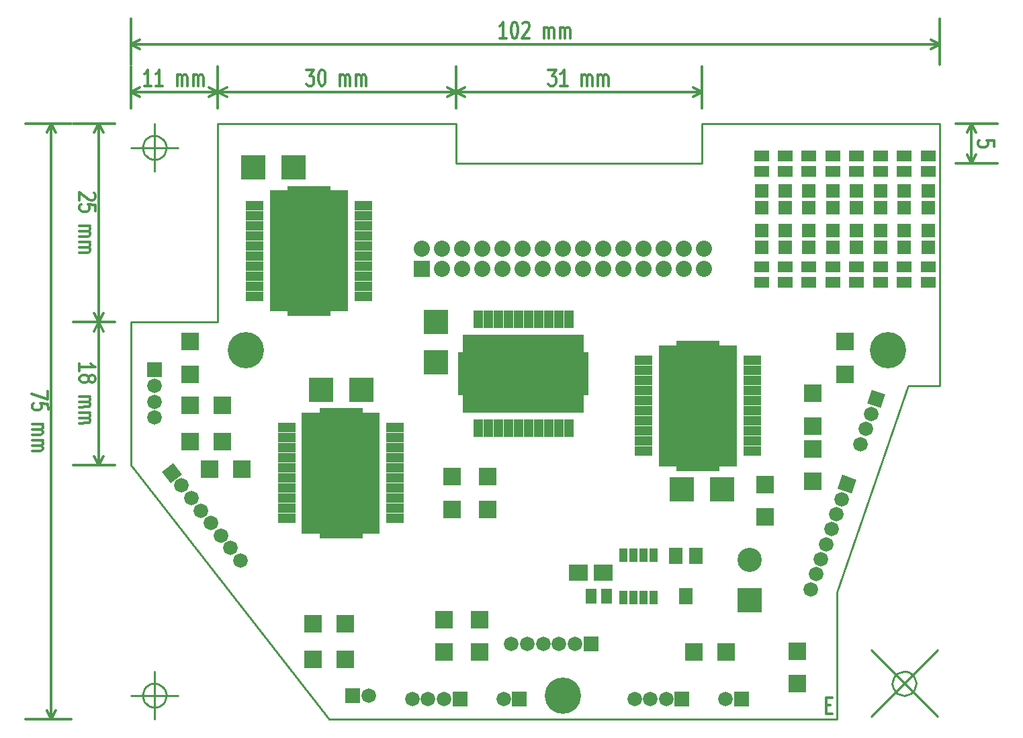
<source format=gts>
G04 (created by PCBNEW-RS274X (2011-07-20 BZR 3052)-testing) date 2011-07-21 16:28:03*
G01*
G70*
G90*
%MOIN*%
G04 Gerber Fmt 3.4, Leading zero omitted, Abs format*
%FSLAX34Y34*%
G04 APERTURE LIST*
%ADD10C,0.006000*%
%ADD11C,0.012000*%
%ADD12C,0.008700*%
%ADD13C,0.180000*%
%ADD14R,0.040000X0.065000*%
%ADD15R,0.055000X0.075000*%
%ADD16R,0.075000X0.055000*%
%ADD17R,0.216900X0.043400*%
%ADD18R,0.086900X0.047600*%
%ADD19R,0.390100X0.602700*%
%ADD20R,0.043400X0.216900*%
%ADD21R,0.047600X0.086900*%
%ADD22R,0.602700X0.390100*%
%ADD23R,0.072000X0.072000*%
%ADD24C,0.072000*%
%ADD25C,0.080000*%
%ADD26R,0.080000X0.080000*%
%ADD27R,0.086900X0.090800*%
%ADD28R,0.090800X0.086900*%
%ADD29R,0.120300X0.118400*%
%ADD30R,0.118400X0.120300*%
%ADD31R,0.096700X0.079000*%
%ADD32R,0.120000X0.120000*%
%ADD33C,0.120000*%
%ADD34R,0.067200X0.067200*%
%ADD35R,0.070000X0.080000*%
G04 APERTURE END LIST*
G54D10*
G54D11*
X48298Y-42622D02*
X48498Y-42622D01*
X48584Y-43041D02*
X48298Y-43041D01*
X48298Y-42241D01*
X48584Y-42241D01*
G54D12*
X52363Y-26772D02*
X48819Y-37008D01*
X52756Y-41536D02*
X52744Y-41650D01*
X52711Y-41760D01*
X52657Y-41862D01*
X52584Y-41951D01*
X52495Y-42025D01*
X52394Y-42079D01*
X52284Y-42113D01*
X52170Y-42125D01*
X52056Y-42115D01*
X51945Y-42083D01*
X51843Y-42029D01*
X51754Y-41957D01*
X51680Y-41869D01*
X51624Y-41768D01*
X51589Y-41658D01*
X51577Y-41544D01*
X51586Y-41430D01*
X51618Y-41319D01*
X51671Y-41217D01*
X51742Y-41127D01*
X51830Y-41052D01*
X51930Y-40996D01*
X52040Y-40960D01*
X52154Y-40947D01*
X52268Y-40955D01*
X52379Y-40986D01*
X52482Y-41038D01*
X52572Y-41109D01*
X52648Y-41196D01*
X52704Y-41297D01*
X52741Y-41406D01*
X52755Y-41520D01*
X52756Y-41536D01*
X50513Y-39883D02*
X53819Y-43189D01*
X50513Y-43189D02*
X53819Y-39883D01*
X15551Y-42126D02*
X15539Y-42240D01*
X15506Y-42350D01*
X15452Y-42452D01*
X15379Y-42541D01*
X15290Y-42615D01*
X15189Y-42669D01*
X15079Y-42703D01*
X14965Y-42715D01*
X14851Y-42705D01*
X14740Y-42673D01*
X14638Y-42619D01*
X14549Y-42547D01*
X14475Y-42459D01*
X14419Y-42358D01*
X14384Y-42248D01*
X14372Y-42134D01*
X14381Y-42020D01*
X14413Y-41909D01*
X14466Y-41807D01*
X14537Y-41717D01*
X14625Y-41642D01*
X14725Y-41586D01*
X14835Y-41550D01*
X14949Y-41537D01*
X15063Y-41545D01*
X15174Y-41576D01*
X15277Y-41628D01*
X15367Y-41699D01*
X15443Y-41786D01*
X15499Y-41887D01*
X15536Y-41996D01*
X15550Y-42110D01*
X15551Y-42126D01*
X13780Y-42126D02*
X16142Y-42126D01*
X14961Y-40945D02*
X14961Y-43307D01*
X15551Y-14961D02*
X15539Y-15075D01*
X15506Y-15185D01*
X15452Y-15287D01*
X15379Y-15376D01*
X15290Y-15450D01*
X15189Y-15504D01*
X15079Y-15538D01*
X14965Y-15550D01*
X14851Y-15540D01*
X14740Y-15508D01*
X14638Y-15454D01*
X14549Y-15382D01*
X14475Y-15294D01*
X14419Y-15193D01*
X14384Y-15083D01*
X14372Y-14969D01*
X14381Y-14855D01*
X14413Y-14744D01*
X14466Y-14642D01*
X14537Y-14552D01*
X14625Y-14477D01*
X14725Y-14421D01*
X14835Y-14385D01*
X14949Y-14372D01*
X15063Y-14380D01*
X15174Y-14411D01*
X15277Y-14463D01*
X15367Y-14534D01*
X15443Y-14621D01*
X15499Y-14722D01*
X15536Y-14831D01*
X15550Y-14945D01*
X15551Y-14961D01*
X13780Y-14961D02*
X16142Y-14961D01*
X14961Y-13780D02*
X14961Y-16142D01*
G54D11*
X09677Y-27030D02*
X09678Y-27430D01*
X08878Y-27175D01*
X09679Y-27944D02*
X09678Y-27658D01*
X09297Y-27630D01*
X09335Y-27659D01*
X09374Y-27716D01*
X09374Y-27859D01*
X09336Y-27916D01*
X09298Y-27945D01*
X09222Y-27973D01*
X09032Y-27973D01*
X08955Y-27945D01*
X08917Y-27917D01*
X08879Y-27860D01*
X08879Y-27717D01*
X08916Y-27660D01*
X08954Y-27630D01*
X08880Y-28688D02*
X09414Y-28687D01*
X09337Y-28687D02*
X09375Y-28715D01*
X09414Y-28773D01*
X09415Y-28858D01*
X09376Y-28915D01*
X09300Y-28944D01*
X08881Y-28945D01*
X09300Y-28944D02*
X09376Y-28973D01*
X09415Y-29030D01*
X09415Y-29115D01*
X09376Y-29173D01*
X09300Y-29201D01*
X08881Y-29202D01*
X08882Y-29488D02*
X09416Y-29487D01*
X09339Y-29487D02*
X09377Y-29515D01*
X09416Y-29573D01*
X09416Y-29658D01*
X09377Y-29715D01*
X09301Y-29744D01*
X08882Y-29745D01*
X09301Y-29744D02*
X09377Y-29773D01*
X09416Y-29830D01*
X09416Y-29915D01*
X09377Y-29973D01*
X09302Y-30001D01*
X08883Y-30002D01*
X09844Y-13780D02*
X09844Y-43308D01*
X10827Y-13780D02*
X08564Y-13780D01*
X10827Y-43308D02*
X08564Y-43308D01*
X09844Y-43308D02*
X09614Y-42865D01*
X09844Y-43308D02*
X10074Y-42865D01*
X09844Y-13780D02*
X09614Y-14223D01*
X09844Y-13780D02*
X10074Y-14223D01*
X56627Y-14907D02*
X56627Y-14621D01*
X56246Y-14593D01*
X56284Y-14622D01*
X56322Y-14679D01*
X56322Y-14822D01*
X56284Y-14879D01*
X56246Y-14908D01*
X56170Y-14936D01*
X55980Y-14936D01*
X55903Y-14908D01*
X55865Y-14879D01*
X55827Y-14823D01*
X55827Y-14680D01*
X55865Y-14622D01*
X55903Y-14593D01*
X55511Y-13780D02*
X55511Y-15749D01*
X54725Y-13780D02*
X56791Y-13780D01*
X54725Y-15749D02*
X56791Y-15749D01*
X55511Y-15749D02*
X55281Y-15306D01*
X55511Y-15749D02*
X55741Y-15306D01*
X55511Y-13780D02*
X55281Y-14223D01*
X55511Y-13780D02*
X55741Y-14223D01*
X11240Y-26025D02*
X11239Y-25682D01*
X11240Y-25854D02*
X12040Y-25852D01*
X11926Y-25795D01*
X11850Y-25738D01*
X11811Y-25681D01*
X11698Y-26367D02*
X11736Y-26309D01*
X11774Y-26281D01*
X11850Y-26252D01*
X11888Y-26251D01*
X11964Y-26280D01*
X12003Y-26308D01*
X12041Y-26366D01*
X12041Y-26480D01*
X12003Y-26537D01*
X11965Y-26566D01*
X11889Y-26594D01*
X11851Y-26595D01*
X11775Y-26567D01*
X11736Y-26538D01*
X11698Y-26481D01*
X11698Y-26367D01*
X11660Y-26309D01*
X11621Y-26281D01*
X11545Y-26252D01*
X11393Y-26252D01*
X11316Y-26281D01*
X11279Y-26310D01*
X11241Y-26368D01*
X11241Y-26482D01*
X11279Y-26539D01*
X11317Y-26567D01*
X11394Y-26595D01*
X11546Y-26595D01*
X11622Y-26567D01*
X11660Y-26538D01*
X11698Y-26481D01*
X11242Y-27310D02*
X11776Y-27309D01*
X11699Y-27309D02*
X11737Y-27337D01*
X11776Y-27395D01*
X11777Y-27480D01*
X11738Y-27537D01*
X11662Y-27566D01*
X11243Y-27567D01*
X11662Y-27566D02*
X11738Y-27595D01*
X11777Y-27652D01*
X11777Y-27737D01*
X11738Y-27795D01*
X11662Y-27823D01*
X11243Y-27824D01*
X11244Y-28110D02*
X11778Y-28109D01*
X11701Y-28109D02*
X11739Y-28137D01*
X11778Y-28195D01*
X11778Y-28280D01*
X11739Y-28337D01*
X11663Y-28366D01*
X11244Y-28367D01*
X11663Y-28366D02*
X11739Y-28395D01*
X11778Y-28452D01*
X11778Y-28537D01*
X11739Y-28595D01*
X11664Y-28623D01*
X11245Y-28624D01*
X12206Y-23623D02*
X12206Y-30709D01*
X12993Y-23623D02*
X10926Y-23623D01*
X12993Y-30709D02*
X10926Y-30709D01*
X12206Y-30709D02*
X11976Y-30266D01*
X12206Y-30709D02*
X12436Y-30266D01*
X12206Y-23623D02*
X11976Y-24066D01*
X12206Y-23623D02*
X12436Y-24066D01*
X11963Y-17215D02*
X12001Y-17244D01*
X12040Y-17301D01*
X12040Y-17444D01*
X12002Y-17501D01*
X11964Y-17530D01*
X11888Y-17558D01*
X11812Y-17559D01*
X11697Y-17531D01*
X11239Y-17189D01*
X11240Y-17560D01*
X12041Y-18101D02*
X12040Y-17815D01*
X11659Y-17787D01*
X11697Y-17816D01*
X11736Y-17873D01*
X11736Y-18016D01*
X11698Y-18073D01*
X11660Y-18102D01*
X11584Y-18130D01*
X11394Y-18130D01*
X11317Y-18102D01*
X11279Y-18074D01*
X11241Y-18017D01*
X11241Y-17874D01*
X11278Y-17817D01*
X11316Y-17787D01*
X11242Y-18845D02*
X11776Y-18844D01*
X11699Y-18844D02*
X11737Y-18872D01*
X11776Y-18930D01*
X11777Y-19015D01*
X11738Y-19072D01*
X11662Y-19101D01*
X11243Y-19102D01*
X11662Y-19101D02*
X11738Y-19130D01*
X11777Y-19187D01*
X11777Y-19272D01*
X11738Y-19330D01*
X11662Y-19358D01*
X11243Y-19359D01*
X11244Y-19645D02*
X11778Y-19644D01*
X11701Y-19644D02*
X11739Y-19672D01*
X11778Y-19730D01*
X11778Y-19815D01*
X11739Y-19872D01*
X11663Y-19901D01*
X11244Y-19902D01*
X11663Y-19901D02*
X11739Y-19930D01*
X11778Y-19987D01*
X11778Y-20072D01*
X11739Y-20130D01*
X11664Y-20158D01*
X11245Y-20159D01*
X12206Y-13780D02*
X12206Y-23623D01*
X12993Y-13780D02*
X10926Y-13780D01*
X12993Y-23623D02*
X10926Y-23623D01*
X12206Y-23623D02*
X11976Y-23180D01*
X12206Y-23623D02*
X12436Y-23180D01*
X12206Y-13780D02*
X11976Y-14223D01*
X12206Y-13780D02*
X12436Y-14223D01*
X32430Y-09528D02*
X32087Y-09528D01*
X32259Y-09528D02*
X32259Y-08728D01*
X32202Y-08842D01*
X32144Y-08918D01*
X32087Y-08956D01*
X32801Y-08728D02*
X32858Y-08728D01*
X32915Y-08766D01*
X32944Y-08804D01*
X32973Y-08880D01*
X33001Y-09033D01*
X33001Y-09223D01*
X32973Y-09375D01*
X32944Y-09452D01*
X32915Y-09490D01*
X32858Y-09528D01*
X32801Y-09528D01*
X32744Y-09490D01*
X32715Y-09452D01*
X32687Y-09375D01*
X32658Y-09223D01*
X32658Y-09033D01*
X32687Y-08880D01*
X32715Y-08804D01*
X32744Y-08766D01*
X32801Y-08728D01*
X33229Y-08804D02*
X33258Y-08766D01*
X33315Y-08728D01*
X33458Y-08728D01*
X33515Y-08766D01*
X33544Y-08804D01*
X33572Y-08880D01*
X33572Y-08956D01*
X33544Y-09071D01*
X33201Y-09528D01*
X33572Y-09528D01*
X34286Y-09528D02*
X34286Y-08994D01*
X34286Y-09071D02*
X34314Y-09033D01*
X34372Y-08994D01*
X34457Y-08994D01*
X34514Y-09033D01*
X34543Y-09109D01*
X34543Y-09528D01*
X34543Y-09109D02*
X34572Y-09033D01*
X34629Y-08994D01*
X34714Y-08994D01*
X34772Y-09033D01*
X34800Y-09109D01*
X34800Y-09528D01*
X35086Y-09528D02*
X35086Y-08994D01*
X35086Y-09071D02*
X35114Y-09033D01*
X35172Y-08994D01*
X35257Y-08994D01*
X35314Y-09033D01*
X35343Y-09109D01*
X35343Y-09528D01*
X35343Y-09109D02*
X35372Y-09033D01*
X35429Y-08994D01*
X35514Y-08994D01*
X35572Y-09033D01*
X35600Y-09109D01*
X35600Y-09528D01*
X13780Y-09844D02*
X53937Y-09844D01*
X13780Y-10827D02*
X13780Y-08564D01*
X53937Y-10827D02*
X53937Y-08564D01*
X53937Y-09844D02*
X53494Y-10074D01*
X53937Y-09844D02*
X53494Y-09614D01*
X13780Y-09844D02*
X14223Y-10074D01*
X13780Y-09844D02*
X14223Y-09614D01*
X34511Y-11090D02*
X34882Y-11090D01*
X34682Y-11395D01*
X34768Y-11395D01*
X34825Y-11433D01*
X34854Y-11471D01*
X34882Y-11547D01*
X34882Y-11737D01*
X34854Y-11814D01*
X34825Y-11852D01*
X34768Y-11890D01*
X34596Y-11890D01*
X34539Y-11852D01*
X34511Y-11814D01*
X35453Y-11890D02*
X35110Y-11890D01*
X35282Y-11890D02*
X35282Y-11090D01*
X35225Y-11204D01*
X35167Y-11280D01*
X35110Y-11318D01*
X36167Y-11890D02*
X36167Y-11356D01*
X36167Y-11433D02*
X36195Y-11395D01*
X36253Y-11356D01*
X36338Y-11356D01*
X36395Y-11395D01*
X36424Y-11471D01*
X36424Y-11890D01*
X36424Y-11471D02*
X36453Y-11395D01*
X36510Y-11356D01*
X36595Y-11356D01*
X36653Y-11395D01*
X36681Y-11471D01*
X36681Y-11890D01*
X36967Y-11890D02*
X36967Y-11356D01*
X36967Y-11433D02*
X36995Y-11395D01*
X37053Y-11356D01*
X37138Y-11356D01*
X37195Y-11395D01*
X37224Y-11471D01*
X37224Y-11890D01*
X37224Y-11471D02*
X37253Y-11395D01*
X37310Y-11356D01*
X37395Y-11356D01*
X37453Y-11395D01*
X37481Y-11471D01*
X37481Y-11890D01*
X29922Y-12206D02*
X42126Y-12206D01*
X29922Y-12993D02*
X29922Y-10926D01*
X42126Y-12993D02*
X42126Y-10926D01*
X42126Y-12206D02*
X41683Y-12436D01*
X42126Y-12206D02*
X41683Y-11976D01*
X29922Y-12206D02*
X30365Y-12436D01*
X29922Y-12206D02*
X30365Y-11976D01*
X22503Y-11090D02*
X22874Y-11090D01*
X22674Y-11395D01*
X22760Y-11395D01*
X22817Y-11433D01*
X22846Y-11471D01*
X22874Y-11547D01*
X22874Y-11737D01*
X22846Y-11814D01*
X22817Y-11852D01*
X22760Y-11890D01*
X22588Y-11890D01*
X22531Y-11852D01*
X22503Y-11814D01*
X23245Y-11090D02*
X23302Y-11090D01*
X23359Y-11128D01*
X23388Y-11166D01*
X23417Y-11242D01*
X23445Y-11395D01*
X23445Y-11585D01*
X23417Y-11737D01*
X23388Y-11814D01*
X23359Y-11852D01*
X23302Y-11890D01*
X23245Y-11890D01*
X23188Y-11852D01*
X23159Y-11814D01*
X23131Y-11737D01*
X23102Y-11585D01*
X23102Y-11395D01*
X23131Y-11242D01*
X23159Y-11166D01*
X23188Y-11128D01*
X23245Y-11090D01*
X24159Y-11890D02*
X24159Y-11356D01*
X24159Y-11433D02*
X24187Y-11395D01*
X24245Y-11356D01*
X24330Y-11356D01*
X24387Y-11395D01*
X24416Y-11471D01*
X24416Y-11890D01*
X24416Y-11471D02*
X24445Y-11395D01*
X24502Y-11356D01*
X24587Y-11356D01*
X24645Y-11395D01*
X24673Y-11471D01*
X24673Y-11890D01*
X24959Y-11890D02*
X24959Y-11356D01*
X24959Y-11433D02*
X24987Y-11395D01*
X25045Y-11356D01*
X25130Y-11356D01*
X25187Y-11395D01*
X25216Y-11471D01*
X25216Y-11890D01*
X25216Y-11471D02*
X25245Y-11395D01*
X25302Y-11356D01*
X25387Y-11356D01*
X25445Y-11395D01*
X25473Y-11471D01*
X25473Y-11890D01*
X18111Y-12206D02*
X29922Y-12206D01*
X18111Y-12993D02*
X18111Y-10926D01*
X29922Y-12993D02*
X29922Y-10926D01*
X29922Y-12206D02*
X29479Y-12436D01*
X29922Y-12206D02*
X29479Y-11976D01*
X18111Y-12206D02*
X18554Y-12436D01*
X18111Y-12206D02*
X18554Y-11976D01*
G54D12*
X42126Y-15749D02*
X29922Y-15749D01*
X42126Y-13780D02*
X42126Y-15749D01*
X53937Y-13780D02*
X42126Y-13780D01*
X29922Y-13780D02*
X29922Y-15749D01*
X18111Y-13780D02*
X29922Y-13780D01*
X18111Y-21654D02*
X18111Y-13780D01*
X53937Y-26772D02*
X53937Y-13780D01*
X52363Y-26772D02*
X53937Y-26772D01*
X48819Y-37008D02*
X48819Y-43308D01*
X37796Y-43308D02*
X48819Y-43308D01*
X23623Y-43308D02*
X33859Y-43308D01*
G54D11*
X14803Y-11890D02*
X14460Y-11890D01*
X14632Y-11890D02*
X14632Y-11090D01*
X14575Y-11204D01*
X14517Y-11280D01*
X14460Y-11318D01*
X15374Y-11890D02*
X15031Y-11890D01*
X15203Y-11890D02*
X15203Y-11090D01*
X15146Y-11204D01*
X15088Y-11280D01*
X15031Y-11318D01*
X16088Y-11890D02*
X16088Y-11356D01*
X16088Y-11433D02*
X16116Y-11395D01*
X16174Y-11356D01*
X16259Y-11356D01*
X16316Y-11395D01*
X16345Y-11471D01*
X16345Y-11890D01*
X16345Y-11471D02*
X16374Y-11395D01*
X16431Y-11356D01*
X16516Y-11356D01*
X16574Y-11395D01*
X16602Y-11471D01*
X16602Y-11890D01*
X16888Y-11890D02*
X16888Y-11356D01*
X16888Y-11433D02*
X16916Y-11395D01*
X16974Y-11356D01*
X17059Y-11356D01*
X17116Y-11395D01*
X17145Y-11471D01*
X17145Y-11890D01*
X17145Y-11471D02*
X17174Y-11395D01*
X17231Y-11356D01*
X17316Y-11356D01*
X17374Y-11395D01*
X17402Y-11471D01*
X17402Y-11890D01*
X13780Y-12206D02*
X18111Y-12206D01*
X13780Y-12993D02*
X13780Y-10926D01*
X18111Y-12993D02*
X18111Y-10926D01*
X18111Y-12206D02*
X17668Y-12436D01*
X18111Y-12206D02*
X17668Y-11976D01*
X13780Y-12206D02*
X14223Y-12436D01*
X13780Y-12206D02*
X14223Y-11976D01*
G54D12*
X33859Y-43308D02*
X37796Y-43308D01*
X23623Y-43308D02*
X13780Y-30709D01*
X13780Y-23623D02*
X13780Y-30709D01*
X18111Y-23623D02*
X13780Y-23623D01*
X18111Y-21654D02*
X18111Y-23623D01*
G54D13*
X51378Y-25000D03*
X19489Y-25000D03*
X35237Y-42126D03*
G54D14*
X38227Y-35171D03*
X38227Y-37271D03*
X38727Y-35171D03*
X39227Y-35171D03*
X39727Y-35171D03*
X38727Y-37271D03*
X39227Y-37271D03*
X39727Y-37271D03*
G54D15*
X37383Y-37205D03*
X36633Y-37205D03*
G54D16*
X53348Y-15374D03*
X53348Y-16124D03*
X53348Y-21635D03*
X53348Y-20885D03*
X52166Y-15374D03*
X52166Y-16124D03*
X52166Y-21635D03*
X52166Y-20885D03*
X50985Y-15374D03*
X50985Y-16124D03*
X50985Y-21635D03*
X50985Y-20885D03*
X49804Y-15374D03*
X49804Y-16124D03*
X49804Y-21635D03*
X49804Y-20885D03*
X48623Y-15374D03*
X48623Y-16124D03*
X48623Y-21635D03*
X48623Y-20885D03*
X47443Y-15374D03*
X47443Y-16124D03*
X47443Y-21635D03*
X47443Y-20885D03*
X46261Y-15374D03*
X46261Y-16124D03*
X46261Y-21635D03*
X46261Y-20885D03*
X45080Y-15374D03*
X45080Y-16124D03*
X45080Y-21635D03*
X45080Y-20885D03*
G54D17*
X22638Y-23119D03*
G54D18*
X19942Y-17829D03*
X19942Y-18329D03*
X19942Y-18829D03*
X19942Y-19329D03*
X19942Y-19829D03*
X19942Y-20329D03*
X19942Y-20829D03*
X19942Y-21329D03*
X19942Y-21829D03*
X19942Y-22329D03*
X25334Y-22329D03*
X25334Y-21829D03*
X25334Y-21329D03*
X25334Y-20829D03*
X25334Y-20329D03*
X25334Y-19829D03*
X25334Y-19329D03*
X25334Y-18829D03*
X25334Y-18329D03*
X25334Y-17829D03*
G54D19*
X22628Y-20089D03*
G54D17*
X22638Y-17059D03*
X24213Y-34143D03*
G54D18*
X21517Y-28853D03*
X21517Y-29353D03*
X21517Y-29853D03*
X21517Y-30353D03*
X21517Y-30853D03*
X21517Y-31353D03*
X21517Y-31853D03*
X21517Y-32353D03*
X21517Y-32853D03*
X21517Y-33353D03*
X26909Y-33353D03*
X26909Y-32853D03*
X26909Y-32353D03*
X26909Y-31853D03*
X26909Y-31353D03*
X26909Y-30853D03*
X26909Y-30353D03*
X26909Y-29853D03*
X26909Y-29353D03*
X26909Y-28853D03*
G54D19*
X24203Y-31113D03*
G54D17*
X24213Y-28083D03*
G54D20*
X30228Y-26182D03*
G54D21*
X35518Y-23486D03*
X35018Y-23486D03*
X34518Y-23486D03*
X34018Y-23486D03*
X33518Y-23486D03*
X33018Y-23486D03*
X32518Y-23486D03*
X32018Y-23486D03*
X31518Y-23486D03*
X31018Y-23486D03*
X31018Y-28878D03*
X31518Y-28878D03*
X32018Y-28878D03*
X32518Y-28878D03*
X33018Y-28878D03*
X33518Y-28878D03*
X34018Y-28878D03*
X34518Y-28878D03*
X35018Y-28878D03*
X35518Y-28878D03*
G54D22*
X33258Y-26172D03*
G54D20*
X36288Y-26182D03*
G54D17*
X41930Y-30796D03*
G54D18*
X39234Y-25506D03*
X39234Y-26006D03*
X39234Y-26506D03*
X39234Y-27006D03*
X39234Y-27506D03*
X39234Y-28006D03*
X39234Y-28506D03*
X39234Y-29006D03*
X39234Y-29506D03*
X39234Y-30006D03*
X44626Y-30006D03*
X44626Y-29506D03*
X44626Y-29006D03*
X44626Y-28506D03*
X44626Y-28006D03*
X44626Y-27506D03*
X44626Y-27006D03*
X44626Y-26506D03*
X44626Y-26006D03*
X44626Y-25506D03*
G54D19*
X41920Y-27766D03*
G54D17*
X41930Y-24736D03*
G54D23*
X36614Y-39567D03*
G54D24*
X35827Y-39567D03*
X35039Y-39567D03*
X34253Y-39567D03*
X33465Y-39567D03*
X32678Y-39567D03*
G54D23*
X30118Y-42323D03*
G54D24*
X29330Y-42323D03*
X28544Y-42323D03*
X27756Y-42323D03*
G54D10*
G36*
X51001Y-27885D02*
X50320Y-27650D01*
X50555Y-26969D01*
X51236Y-27204D01*
X51001Y-27885D01*
X51001Y-27885D01*
G37*
G54D24*
X50522Y-28172D03*
X50266Y-28916D03*
X50010Y-29661D03*
G54D23*
X14961Y-25984D03*
G54D24*
X14961Y-26772D03*
X14961Y-27558D03*
X14961Y-28346D03*
G54D23*
X41142Y-42323D03*
G54D24*
X40354Y-42323D03*
X39568Y-42323D03*
X38780Y-42323D03*
G54D23*
X33071Y-42323D03*
G54D24*
X32284Y-42323D03*
G54D23*
X24804Y-42126D03*
G54D24*
X25591Y-42126D03*
G54D23*
X44095Y-42323D03*
G54D24*
X43308Y-42323D03*
G54D25*
X42237Y-20973D03*
X42237Y-19973D03*
X41237Y-19973D03*
X41237Y-20973D03*
G54D26*
X28237Y-20973D03*
G54D25*
X28237Y-19973D03*
X29237Y-20973D03*
X29237Y-19973D03*
X30237Y-20973D03*
X30237Y-19973D03*
X31237Y-20973D03*
X31237Y-19973D03*
X32237Y-20973D03*
X32237Y-19973D03*
X33237Y-20973D03*
X33237Y-19973D03*
X34237Y-20973D03*
X34237Y-19973D03*
X35237Y-20973D03*
X35237Y-19973D03*
X36237Y-20973D03*
X36237Y-19973D03*
X37237Y-20973D03*
X37237Y-19973D03*
X38237Y-20973D03*
X38237Y-19973D03*
X39237Y-20973D03*
X39237Y-19973D03*
X40237Y-20973D03*
X40237Y-19973D03*
G54D27*
X47638Y-27146D03*
X47638Y-28760D03*
X49213Y-26201D03*
X49213Y-24587D03*
G54D28*
X16713Y-27756D03*
X18327Y-27756D03*
G54D27*
X16733Y-26201D03*
X16733Y-24587D03*
X46851Y-41556D03*
X46851Y-39942D03*
G54D28*
X43327Y-39961D03*
X41713Y-39961D03*
G54D27*
X29725Y-32894D03*
X29725Y-31280D03*
X31497Y-32894D03*
X31497Y-31280D03*
G54D28*
X24430Y-38583D03*
X22816Y-38583D03*
X24430Y-40355D03*
X22816Y-40355D03*
G54D27*
X29331Y-39981D03*
X29331Y-38367D03*
G54D28*
X16713Y-29528D03*
X18327Y-29528D03*
X17697Y-30906D03*
X19311Y-30906D03*
G54D27*
X47638Y-31516D03*
X47638Y-29902D03*
X45276Y-31674D03*
X45276Y-33288D03*
X31103Y-39981D03*
X31103Y-38367D03*
G54D29*
X25213Y-26969D03*
X23213Y-26969D03*
X41127Y-31890D03*
X43127Y-31890D03*
G54D30*
X28937Y-23607D03*
X28937Y-25607D03*
G54D29*
X19867Y-15945D03*
X21867Y-15945D03*
G54D31*
X35990Y-36024D03*
X37240Y-36024D03*
G54D32*
X44489Y-37418D03*
G54D33*
X44489Y-35418D03*
G54D34*
X45079Y-19077D03*
X45079Y-19903D03*
X45080Y-17107D03*
X45080Y-17933D03*
X46261Y-19076D03*
X46261Y-19902D03*
X46261Y-17107D03*
X46261Y-17933D03*
X47443Y-19076D03*
X47443Y-19902D03*
X47443Y-17107D03*
X47443Y-17933D03*
X48623Y-19076D03*
X48623Y-19902D03*
X48623Y-17107D03*
X48623Y-17933D03*
X49804Y-19076D03*
X49804Y-19902D03*
X49804Y-17107D03*
X49804Y-17933D03*
X50985Y-19076D03*
X50985Y-19902D03*
X50985Y-17107D03*
X50985Y-17933D03*
X52166Y-19076D03*
X52166Y-19902D03*
X52166Y-17107D03*
X52166Y-17933D03*
X53348Y-19076D03*
X53348Y-19902D03*
X53348Y-17107D03*
X53348Y-17933D03*
G54D10*
G36*
X16329Y-31159D02*
X15762Y-31602D01*
X15319Y-31035D01*
X15886Y-30592D01*
X16329Y-31159D01*
X16329Y-31159D01*
G37*
G54D24*
X16308Y-31717D03*
X16793Y-32337D03*
X17278Y-32958D03*
X17762Y-33578D03*
X18247Y-34199D03*
X18732Y-34819D03*
X19216Y-35439D03*
G54D10*
G36*
X49546Y-32105D02*
X48865Y-31870D01*
X49100Y-31189D01*
X49781Y-31424D01*
X49546Y-32105D01*
X49546Y-32105D01*
G37*
G54D24*
X49067Y-32391D03*
X48810Y-33135D03*
X48554Y-33880D03*
X48298Y-34624D03*
X48042Y-35369D03*
X47785Y-36113D03*
X47529Y-36857D03*
G54D35*
X41839Y-35221D03*
X41339Y-37221D03*
X40839Y-35221D03*
M02*

</source>
